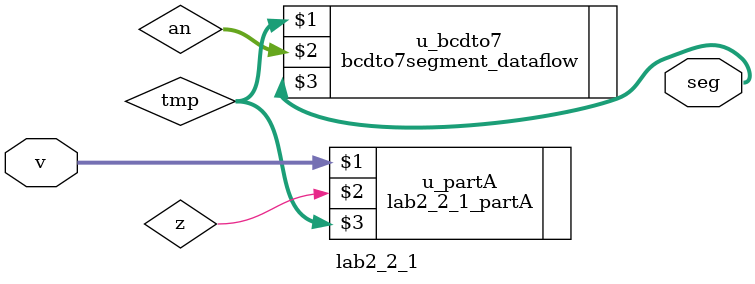
<source format=v>
`timescale 1ns / 1ps


module lab2_2_1(
    input [3:0] v,
    output [6:0] seg
    );
    reg [3:0] an;
    wire [3:0] tmp;
    wire z;
    lab2_2_1_partA u_partA(v,z,tmp);
    bcdto7segment_dataflow u_bcdto7(tmp,an,seg);
endmodule

</source>
